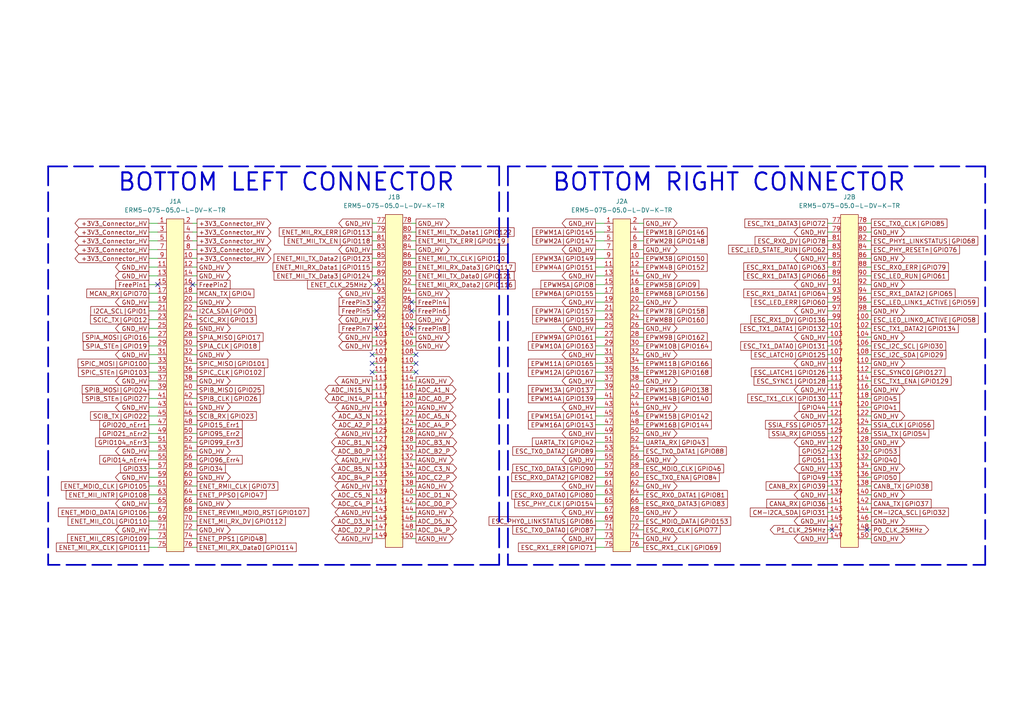
<source format=kicad_sch>
(kicad_sch (version 20230121) (generator eeschema)
  (paper "A4")
  (title_block (title "LCB-CPB-01: Pin_Borad") (date "2023-12-13") (rev "1.0.0") (company "PADERBORN UNIVERSITY DEPARTMENT OF POWER ELECTRONICS AND ELECTRICAL DRIVES"))
  (no_connect (at 55.88 82.55))
  (no_connect (at 109.22 87.63))
  (no_connect (at 107.95 107.95))
  (no_connect (at 119.38 95.25))
  (no_connect (at 109.22 82.55))
  (no_connect (at 119.38 87.63))
  (no_connect (at 107.95 105.41))
  (no_connect (at 251.46 153.67))
  (no_connect (at 107.95 102.87))
  (no_connect (at 109.22 90.17))
  (no_connect (at 120.65 105.41))
  (no_connect (at 109.22 95.25))
  (no_connect (at 120.65 102.87))
  (no_connect (at 120.65 107.95))
  (no_connect (at 119.38 90.17))
  (no_connect (at 241.3 153.67))
  (no_connect (at 45.72 82.55))
  (wire (pts (xy 107.95 130.81) (xy 109.22 130.81)))
  (wire (pts (xy 43.18 151.13) (xy 45.72 151.13)))
  (wire (pts (xy 251.46 97.79) (xy 252.73 97.79)))
  (wire (pts (xy 240.03 85.09) (xy 241.3 85.09)))
  (wire (pts (xy 55.88 151.13) (xy 57.15 151.13)))
  (wire (pts (xy 43.18 92.71) (xy 45.72 92.71)))
  (wire (pts (xy 55.88 105.41) (xy 57.15 105.41)))
  (wire (pts (xy 119.38 128.27) (xy 120.65 128.27)))
  (wire (pts (xy 172.72 95.25) (xy 175.26 95.25)))
  (wire (pts (xy 185.42 113.03) (xy 186.69 113.03)))
  (wire (pts (xy 240.03 102.87) (xy 241.3 102.87)))
  (wire (pts (xy 107.95 92.71) (xy 109.22 92.71)))
  (wire (pts (xy 107.95 146.05) (xy 109.22 146.05)))
  (wire (pts (xy 107.95 64.77) (xy 109.22 64.77)))
  (wire (pts (xy 43.18 85.09) (xy 45.72 85.09)))
  (wire (pts (xy 251.46 87.63) (xy 252.73 87.63)))
  (polyline (pts (xy 285.75 163.83) (xy 285.75 48.26)) (stroke (width 0.5) (type dash)))
  (wire (pts (xy 185.42 67.31) (xy 186.69 67.31)))
  (wire (pts (xy 43.18 110.49) (xy 45.72 110.49)))
  (wire (pts (xy 172.72 138.43) (xy 175.26 138.43)))
  (wire (pts (xy 172.72 85.09) (xy 175.26 85.09)))
  (wire (pts (xy 55.88 146.05) (xy 57.15 146.05)))
  (wire (pts (xy 251.46 156.21) (xy 252.73 156.21)))
  (wire (pts (xy 107.95 148.59) (xy 109.22 148.59)))
  (wire (pts (xy 55.88 80.01) (xy 57.15 80.01)))
  (wire (pts (xy 119.38 130.81) (xy 120.65 130.81)))
  (wire (pts (xy 55.88 110.49) (xy 57.15 110.49)))
  (wire (pts (xy 107.95 151.13) (xy 109.22 151.13)))
  (wire (pts (xy 185.42 138.43) (xy 186.69 138.43)))
  (wire (pts (xy 240.03 143.51) (xy 241.3 143.51)))
  (wire (pts (xy 240.03 130.81) (xy 241.3 130.81)))
  (wire (pts (xy 240.03 151.13) (xy 241.3 151.13)))
  (wire (pts (xy 251.46 100.33) (xy 252.73 100.33)))
  (wire (pts (xy 107.95 72.39) (xy 109.22 72.39)))
  (wire (pts (xy 55.88 123.19) (xy 57.15 123.19)))
  (wire (pts (xy 43.18 125.73) (xy 45.72 125.73)))
  (wire (pts (xy 240.03 135.89) (xy 241.3 135.89)))
  (wire (pts (xy 185.42 92.71) (xy 186.69 92.71)))
  (wire (pts (xy 107.95 105.41) (xy 109.22 105.41)))
  (wire (pts (xy 119.38 123.19) (xy 120.65 123.19)))
  (wire (pts (xy 251.46 74.93) (xy 252.73 74.93)))
  (wire (pts (xy 43.18 143.51) (xy 45.72 143.51)))
  (wire (pts (xy 240.03 156.21) (xy 241.3 156.21)))
  (wire (pts (xy 43.18 72.39) (xy 45.72 72.39)))
  (wire (pts (xy 55.88 125.73) (xy 57.15 125.73)))
  (wire (pts (xy 172.72 115.57) (xy 175.26 115.57)))
  (wire (pts (xy 107.95 90.17) (xy 109.22 90.17)))
  (wire (pts (xy 55.88 77.47) (xy 57.15 77.47)))
  (wire (pts (xy 43.18 138.43) (xy 45.72 138.43)))
  (polyline (pts (xy 285.75 48.26) (xy 147.32 48.26)) (stroke (width 0.5) (type dash)))
  (wire (pts (xy 240.03 67.31) (xy 241.3 67.31)))
  (wire (pts (xy 55.88 135.89) (xy 57.15 135.89)))
  (wire (pts (xy 240.03 133.35) (xy 241.3 133.35)))
  (wire (pts (xy 251.46 64.77) (xy 252.73 64.77)))
  (wire (pts (xy 172.72 72.39) (xy 175.26 72.39)))
  (wire (pts (xy 119.38 140.97) (xy 120.65 140.97)))
  (wire (pts (xy 43.18 140.97) (xy 45.72 140.97)))
  (wire (pts (xy 43.18 105.41) (xy 45.72 105.41)))
  (wire (pts (xy 185.42 130.81) (xy 186.69 130.81)))
  (wire (pts (xy 43.18 74.93) (xy 45.72 74.93)))
  (wire (pts (xy 251.46 72.39) (xy 252.73 72.39)))
  (wire (pts (xy 172.72 143.51) (xy 175.26 143.51)))
  (wire (pts (xy 172.72 128.27) (xy 175.26 128.27)))
  (wire (pts (xy 107.95 67.31) (xy 109.22 67.31)))
  (wire (pts (xy 185.42 151.13) (xy 186.69 151.13)))
  (wire (pts (xy 240.03 153.67) (xy 241.3 153.67)))
  (wire (pts (xy 119.38 87.63) (xy 120.65 87.63)))
  (wire (pts (xy 185.42 102.87) (xy 186.69 102.87)))
  (wire (pts (xy 107.95 80.01) (xy 109.22 80.01)))
  (wire (pts (xy 43.18 69.85) (xy 45.72 69.85)))
  (wire (pts (xy 55.88 153.67) (xy 57.15 153.67)))
  (wire (pts (xy 240.03 95.25) (xy 241.3 95.25)))
  (wire (pts (xy 185.42 72.39) (xy 186.69 72.39)))
  (wire (pts (xy 185.42 64.77) (xy 186.69 64.77)))
  (wire (pts (xy 107.95 100.33) (xy 109.22 100.33)))
  (wire (pts (xy 240.03 148.59) (xy 241.3 148.59)))
  (wire (pts (xy 172.72 148.59) (xy 175.26 148.59)))
  (wire (pts (xy 119.38 120.65) (xy 120.65 120.65)))
  (wire (pts (xy 119.38 82.55) (xy 120.65 82.55)))
  (wire (pts (xy 240.03 87.63) (xy 241.3 87.63)))
  (wire (pts (xy 185.42 156.21) (xy 186.69 156.21)))
  (wire (pts (xy 55.88 113.03) (xy 57.15 113.03)))
  (wire (pts (xy 119.38 156.21) (xy 120.65 156.21)))
  (wire (pts (xy 119.38 153.67) (xy 120.65 153.67)))
  (wire (pts (xy 107.95 95.25) (xy 109.22 95.25)))
  (wire (pts (xy 172.72 110.49) (xy 175.26 110.49)))
  (wire (pts (xy 185.42 135.89) (xy 186.69 135.89)))
  (wire (pts (xy 43.18 95.25) (xy 45.72 95.25)))
  (wire (pts (xy 172.72 80.01) (xy 175.26 80.01)))
  (wire (pts (xy 43.18 82.55) (xy 45.72 82.55)))
  (wire (pts (xy 240.03 123.19) (xy 241.3 123.19)))
  (wire (pts (xy 119.38 143.51) (xy 120.65 143.51)))
  (wire (pts (xy 107.95 123.19) (xy 109.22 123.19)))
  (wire (pts (xy 251.46 146.05) (xy 252.73 146.05)))
  (wire (pts (xy 43.18 156.21) (xy 45.72 156.21)))
  (wire (pts (xy 43.18 67.31) (xy 45.72 67.31)))
  (wire (pts (xy 55.88 143.51) (xy 57.15 143.51)))
  (wire (pts (xy 240.03 92.71) (xy 241.3 92.71)))
  (wire (pts (xy 119.38 105.41) (xy 120.65 105.41)))
  (wire (pts (xy 55.88 87.63) (xy 57.15 87.63)))
  (wire (pts (xy 43.18 80.01) (xy 45.72 80.01)))
  (wire (pts (xy 119.38 146.05) (xy 120.65 146.05)))
  (wire (pts (xy 172.72 87.63) (xy 175.26 87.63)))
  (wire (pts (xy 119.38 115.57) (xy 120.65 115.57)))
  (wire (pts (xy 107.95 118.11) (xy 109.22 118.11)))
  (wire (pts (xy 240.03 120.65) (xy 241.3 120.65)))
  (wire (pts (xy 240.03 100.33) (xy 241.3 100.33)))
  (wire (pts (xy 251.46 95.25) (xy 252.73 95.25)))
  (wire (pts (xy 251.46 123.19) (xy 252.73 123.19)))
  (wire (pts (xy 55.88 97.79) (xy 57.15 97.79)))
  (wire (pts (xy 119.38 125.73) (xy 120.65 125.73)))
  (wire (pts (xy 185.42 87.63) (xy 186.69 87.63)))
  (wire (pts (xy 107.95 135.89) (xy 109.22 135.89)))
  (wire (pts (xy 107.95 153.67) (xy 109.22 153.67)))
  (wire (pts (xy 55.88 92.71) (xy 57.15 92.71)))
  (wire (pts (xy 185.42 125.73) (xy 186.69 125.73)))
  (wire (pts (xy 43.18 146.05) (xy 45.72 146.05)))
  (wire (pts (xy 43.18 100.33) (xy 45.72 100.33)))
  (wire (pts (xy 119.38 74.93) (xy 120.65 74.93)))
  (wire (pts (xy 55.88 115.57) (xy 57.15 115.57)))
  (wire (pts (xy 172.72 158.75) (xy 175.26 158.75)))
  (polyline (pts (xy 144.78 163.83) (xy 13.97 163.83)) (stroke (width 0.5) (type dash)))
  (wire (pts (xy 43.18 87.63) (xy 45.72 87.63)))
  (wire (pts (xy 55.88 138.43) (xy 57.15 138.43)))
  (wire (pts (xy 43.18 120.65) (xy 45.72 120.65)))
  (wire (pts (xy 251.46 148.59) (xy 252.73 148.59)))
  (wire (pts (xy 251.46 69.85) (xy 252.73 69.85)))
  (wire (pts (xy 172.72 92.71) (xy 175.26 92.71)))
  (wire (pts (xy 43.18 118.11) (xy 45.72 118.11)))
  (wire (pts (xy 55.88 120.65) (xy 57.15 120.65)))
  (wire (pts (xy 240.03 80.01) (xy 241.3 80.01)))
  (wire (pts (xy 185.42 95.25) (xy 186.69 95.25)))
  (polyline (pts (xy 147.32 163.83) (xy 285.75 163.83)) (stroke (width 0.5) (type dash)))
  (wire (pts (xy 185.42 128.27) (xy 186.69 128.27)))
  (wire (pts (xy 107.95 125.73) (xy 109.22 125.73)))
  (wire (pts (xy 185.42 143.51) (xy 186.69 143.51)))
  (wire (pts (xy 251.46 140.97) (xy 252.73 140.97)))
  (wire (pts (xy 43.18 153.67) (xy 45.72 153.67)))
  (wire (pts (xy 240.03 118.11) (xy 241.3 118.11)))
  (wire (pts (xy 172.72 97.79) (xy 175.26 97.79)))
  (wire (pts (xy 119.38 107.95) (xy 120.65 107.95)))
  (wire (pts (xy 240.03 138.43) (xy 241.3 138.43)))
  (wire (pts (xy 251.46 113.03) (xy 252.73 113.03)))
  (wire (pts (xy 251.46 125.73) (xy 252.73 125.73)))
  (wire (pts (xy 185.42 105.41) (xy 186.69 105.41)))
  (wire (pts (xy 172.72 123.19) (xy 175.26 123.19)))
  (wire (pts (xy 251.46 80.01) (xy 252.73 80.01)))
  (wire (pts (xy 251.46 82.55) (xy 252.73 82.55)))
  (wire (pts (xy 172.72 107.95) (xy 175.26 107.95)))
  (wire (pts (xy 43.18 148.59) (xy 45.72 148.59)))
  (polyline (pts (xy 13.97 48.26) (xy 13.97 163.83)) (stroke (width 0.5) (type dash)))
  (wire (pts (xy 107.95 115.57) (xy 109.22 115.57)))
  (wire (pts (xy 172.72 113.03) (xy 175.26 113.03)))
  (wire (pts (xy 251.46 92.71) (xy 252.73 92.71)))
  (polyline (pts (xy 144.78 48.26) (xy 144.78 163.83)) (stroke (width 0.5) (type dash)))
  (wire (pts (xy 55.88 85.09) (xy 57.15 85.09)))
  (wire (pts (xy 240.03 113.03) (xy 241.3 113.03)))
  (wire (pts (xy 172.72 156.21) (xy 175.26 156.21)))
  (wire (pts (xy 119.38 148.59) (xy 120.65 148.59)))
  (wire (pts (xy 251.46 105.41) (xy 252.73 105.41)))
  (wire (pts (xy 43.18 130.81) (xy 45.72 130.81)))
  (wire (pts (xy 107.95 82.55) (xy 109.22 82.55)))
  (wire (pts (xy 107.95 87.63) (xy 109.22 87.63)))
  (wire (pts (xy 119.38 64.77) (xy 120.65 64.77)))
  (wire (pts (xy 251.46 135.89) (xy 252.73 135.89)))
  (wire (pts (xy 185.42 146.05) (xy 186.69 146.05)))
  (wire (pts (xy 185.42 110.49) (xy 186.69 110.49)))
  (wire (pts (xy 43.18 158.75) (xy 45.72 158.75)))
  (wire (pts (xy 172.72 151.13) (xy 175.26 151.13)))
  (wire (pts (xy 119.38 72.39) (xy 120.65 72.39)))
  (wire (pts (xy 43.18 102.87) (xy 45.72 102.87)))
  (wire (pts (xy 107.95 133.35) (xy 109.22 133.35)))
  (wire (pts (xy 119.38 97.79) (xy 120.65 97.79)))
  (wire (pts (xy 240.03 125.73) (xy 241.3 125.73)))
  (wire (pts (xy 172.72 133.35) (xy 175.26 133.35)))
  (wire (pts (xy 119.38 77.47) (xy 120.65 77.47)))
  (wire (pts (xy 240.03 74.93) (xy 241.3 74.93)))
  (wire (pts (xy 55.88 90.17) (xy 57.15 90.17)))
  (wire (pts (xy 119.38 95.25) (xy 120.65 95.25)))
  (wire (pts (xy 107.95 69.85) (xy 109.22 69.85)))
  (wire (pts (xy 172.72 100.33) (xy 175.26 100.33)))
  (wire (pts (xy 240.03 64.77) (xy 241.3 64.77)))
  (wire (pts (xy 172.72 69.85) (xy 175.26 69.85)))
  (wire (pts (xy 119.38 85.09) (xy 120.65 85.09)))
  (wire (pts (xy 240.03 77.47) (xy 241.3 77.47)))
  (wire (pts (xy 172.72 146.05) (xy 175.26 146.05)))
  (wire (pts (xy 55.88 118.11) (xy 57.15 118.11)))
  (wire (pts (xy 185.42 107.95) (xy 186.69 107.95)))
  (wire (pts (xy 107.95 110.49) (xy 109.22 110.49)))
  (wire (pts (xy 185.42 115.57) (xy 186.69 115.57)))
  (polyline (pts (xy 147.32 48.26) (xy 147.32 163.83)) (stroke (width 0.5) (type dash)))
  (wire (pts (xy 107.95 107.95) (xy 109.22 107.95)))
  (wire (pts (xy 55.88 72.39) (xy 57.15 72.39)))
  (wire (pts (xy 251.46 130.81) (xy 252.73 130.81)))
  (wire (pts (xy 251.46 77.47) (xy 252.73 77.47)))
  (wire (pts (xy 119.38 90.17) (xy 120.65 90.17)))
  (wire (pts (xy 55.88 148.59) (xy 57.15 148.59)))
  (wire (pts (xy 43.18 113.03) (xy 45.72 113.03)))
  (wire (pts (xy 185.42 90.17) (xy 186.69 90.17)))
  (wire (pts (xy 185.42 123.19) (xy 186.69 123.19)))
  (wire (pts (xy 119.38 135.89) (xy 120.65 135.89)))
  (wire (pts (xy 55.88 102.87) (xy 57.15 102.87)))
  (wire (pts (xy 185.42 77.47) (xy 186.69 77.47)))
  (wire (pts (xy 43.18 107.95) (xy 45.72 107.95)))
  (wire (pts (xy 240.03 90.17) (xy 241.3 90.17)))
  (wire (pts (xy 251.46 110.49) (xy 252.73 110.49)))
  (wire (pts (xy 185.42 148.59) (xy 186.69 148.59)))
  (wire (pts (xy 107.95 85.09) (xy 109.22 85.09)))
  (wire (pts (xy 240.03 97.79) (xy 241.3 97.79)))
  (wire (pts (xy 107.95 128.27) (xy 109.22 128.27)))
  (wire (pts (xy 43.18 123.19) (xy 45.72 123.19)))
  (wire (pts (xy 55.88 130.81) (xy 57.15 130.81)))
  (wire (pts (xy 240.03 110.49) (xy 241.3 110.49)))
  (wire (pts (xy 55.88 64.77) (xy 57.15 64.77)))
  (wire (pts (xy 172.72 90.17) (xy 175.26 90.17)))
  (wire (pts (xy 43.18 133.35) (xy 45.72 133.35)))
  (wire (pts (xy 172.72 102.87) (xy 175.26 102.87)))
  (wire (pts (xy 55.88 100.33) (xy 57.15 100.33)))
  (wire (pts (xy 185.42 74.93) (xy 186.69 74.93)))
  (wire (pts (xy 240.03 140.97) (xy 241.3 140.97)))
  (wire (pts (xy 107.95 77.47) (xy 109.22 77.47)))
  (wire (pts (xy 119.38 67.31) (xy 120.65 67.31)))
  (wire (pts (xy 251.46 138.43) (xy 252.73 138.43)))
  (wire (pts (xy 185.42 82.55) (xy 186.69 82.55)))
  (wire (pts (xy 119.38 102.87) (xy 120.65 102.87)))
  (wire (pts (xy 251.46 143.51) (xy 252.73 143.51)))
  (wire (pts (xy 185.42 80.01) (xy 186.69 80.01)))
  (wire (pts (xy 251.46 133.35) (xy 252.73 133.35)))
  (wire (pts (xy 55.88 95.25) (xy 57.15 95.25)))
  (wire (pts (xy 107.95 156.21) (xy 109.22 156.21)))
  (wire (pts (xy 172.72 118.11) (xy 175.26 118.11)))
  (wire (pts (xy 107.95 138.43) (xy 109.22 138.43)))
  (wire (pts (xy 55.88 74.93) (xy 57.15 74.93)))
  (wire (pts (xy 185.42 158.75) (xy 186.69 158.75)))
  (wire (pts (xy 43.18 64.77) (xy 45.72 64.77)))
  (wire (pts (xy 172.72 140.97) (xy 175.26 140.97)))
  (wire (pts (xy 107.95 113.03) (xy 109.22 113.03)))
  (wire (pts (xy 172.72 130.81) (xy 175.26 130.81)))
  (wire (pts (xy 119.38 92.71) (xy 120.65 92.71)))
  (wire (pts (xy 55.88 107.95) (xy 57.15 107.95)))
  (wire (pts (xy 251.46 118.11) (xy 252.73 118.11)))
  (wire (pts (xy 107.95 102.87) (xy 109.22 102.87)))
  (wire (pts (xy 251.46 115.57) (xy 252.73 115.57)))
  (wire (pts (xy 55.88 82.55) (xy 57.15 82.55)))
  (wire (pts (xy 107.95 120.65) (xy 109.22 120.65)))
  (wire (pts (xy 43.18 115.57) (xy 45.72 115.57)))
  (wire (pts (xy 240.03 146.05) (xy 241.3 146.05)))
  (wire (pts (xy 185.42 120.65) (xy 186.69 120.65)))
  (wire (pts (xy 172.72 74.93) (xy 175.26 74.93)))
  (wire (pts (xy 240.03 69.85) (xy 241.3 69.85)))
  (wire (pts (xy 119.38 138.43) (xy 120.65 138.43)))
  (polyline (pts (xy 13.97 48.26) (xy 144.78 48.26)) (stroke (width 0.5) (type dash)))
  (wire (pts (xy 55.88 67.31) (xy 57.15 67.31)))
  (wire (pts (xy 251.46 151.13) (xy 252.73 151.13)))
  (wire (pts (xy 185.42 118.11) (xy 186.69 118.11)))
  (wire (pts (xy 55.88 133.35) (xy 57.15 133.35)))
  (wire (pts (xy 119.38 80.01) (xy 120.65 80.01)))
  (wire (pts (xy 172.72 125.73) (xy 175.26 125.73)))
  (wire (pts (xy 251.46 107.95) (xy 252.73 107.95)))
  (wire (pts (xy 43.18 128.27) (xy 45.72 128.27)))
  (wire (pts (xy 185.42 69.85) (xy 186.69 69.85)))
  (wire (pts (xy 251.46 120.65) (xy 252.73 120.65)))
  (wire (pts (xy 185.42 100.33) (xy 186.69 100.33)))
  (wire (pts (xy 251.46 153.67) (xy 252.73 153.67)))
  (wire (pts (xy 240.03 115.57) (xy 241.3 115.57)))
  (wire (pts (xy 240.03 128.27) (xy 241.3 128.27)))
  (wire (pts (xy 43.18 90.17) (xy 45.72 90.17)))
  (wire (pts (xy 251.46 90.17) (xy 252.73 90.17)))
  (wire (pts (xy 185.42 97.79) (xy 186.69 97.79)))
  (wire (pts (xy 240.03 82.55) (xy 241.3 82.55)))
  (wire (pts (xy 251.46 67.31) (xy 252.73 67.31)))
  (wire (pts (xy 119.38 151.13) (xy 120.65 151.13)))
  (wire (pts (xy 43.18 77.47) (xy 45.72 77.47)))
  (wire (pts (xy 43.18 97.79) (xy 45.72 97.79)))
  (wire (pts (xy 107.95 140.97) (xy 109.22 140.97)))
  (wire (pts (xy 119.38 100.33) (xy 120.65 100.33)))
  (wire (pts (xy 55.88 156.21) (xy 57.15 156.21)))
  (wire (pts (xy 240.03 107.95) (xy 241.3 107.95)))
  (wire (pts (xy 55.88 158.75) (xy 57.15 158.75)))
  (wire (pts (xy 119.38 113.03) (xy 120.65 113.03)))
  (wire (pts (xy 172.72 82.55) (xy 175.26 82.55)))
  (wire (pts (xy 172.72 67.31) (xy 175.26 67.31)))
  (wire (pts (xy 119.38 69.85) (xy 120.65 69.85)))
  (wire (pts (xy 240.03 72.39) (xy 241.3 72.39)))
  (wire (pts (xy 43.18 135.89) (xy 45.72 135.89)))
  (wire (pts (xy 172.72 64.77) (xy 175.26 64.77)))
  (wire (pts (xy 185.42 153.67) (xy 186.69 153.67)))
  (wire (pts (xy 55.88 69.85) (xy 57.15 69.85)))
  (wire (pts (xy 251.46 128.27) (xy 252.73 128.27)))
  (wire (pts (xy 185.42 133.35) (xy 186.69 133.35)))
  (wire (pts (xy 251.46 85.09) (xy 252.73 85.09)))
  (wire (pts (xy 172.72 105.41) (xy 175.26 105.41)))
  (wire (pts (xy 185.42 85.09) (xy 186.69 85.09)))
  (wire (pts (xy 107.95 143.51) (xy 109.22 143.51)))
  (wire (pts (xy 119.38 133.35) (xy 120.65 133.35)))
  (wire (pts (xy 119.38 118.11) (xy 120.65 118.11)))
  (wire (pts (xy 240.03 105.41) (xy 241.3 105.41)))
  (wire (pts (xy 107.95 97.79) (xy 109.22 97.79)))
  (wire (pts (xy 107.95 74.93) (xy 109.22 74.93)))
  (wire (pts (xy 172.72 153.67) (xy 175.26 153.67)))
  (wire (pts (xy 185.42 140.97) (xy 186.69 140.97)))
  (wire (pts (xy 251.46 102.87) (xy 252.73 102.87)))
  (wire (pts (xy 119.38 110.49) (xy 120.65 110.49)))
  (wire (pts (xy 172.72 77.47) (xy 175.26 77.47)))
  (wire (pts (xy 172.72 135.89) (xy 175.26 135.89)))
  (wire (pts (xy 55.88 140.97) (xy 57.15 140.97)))
  (wire (pts (xy 172.72 120.65) (xy 175.26 120.65)))
  (wire (pts (xy 55.88 128.27) (xy 57.15 128.27)))
  (text "BOTTOM RIGHT CONNECTOR" (at 262.89 55.88 0) (effects (font (size 5 5) (thickness 0.6) bold) (justify right bottom)))
  (text "BOTTOM LEFT CONNECTOR" (at 132.08 55.88 0) (effects (font (size 5 5) (thickness 0.6) bold) (justify right bottom)))
  (global_label "EPWM9A|GPIO161" (shape passive) (at 172.72 97.79 180) (property "Intersheetrefs" "${INTERSHEET_REFS}" (effects hide)))
  (global_label "GND_HV" (shape output) (at 43.18 153.67 180) (property "Intersheetrefs" "${INTERSHEET_REFS}" (effects hide)))
  (global_label "GND_HV" (shape output) (at 186.69 156.21 0) (property "Intersheetrefs" "${INTERSHEET_REFS}" (effects hide)))
  (global_label "GND_HV" (shape output) (at 172.72 72.39 180) (property "Intersheetrefs" "${INTERSHEET_REFS}" (effects hide)))
  (global_label "GND_HV" (shape output) (at 57.15 80.01 0) (property "Intersheetrefs" "${INTERSHEET_REFS}" (effects hide)))
  (global_label "GND_HV" (shape output) (at 43.18 87.63 180) (property "Intersheetrefs" "${INTERSHEET_REFS}" (effects hide)))
  (global_label "AGND_HV" (shape output) (at 107.95 133.35 180) (property "Intersheetrefs" "${INTERSHEET_REFS}" (effects hide)))
  (global_label "ESC_PHY_RESETn|GPIO76" (shape passive) (at 252.73 72.39 0) (property "Intersheetrefs" "${INTERSHEET_REFS}" (effects hide)))
  (global_label "ESC_TX1_DATA1|GPIO132" (shape passive) (at 240.03 95.25 180) (property "Intersheetrefs" "${INTERSHEET_REFS}" (effects hide)))
  (global_label "ENET_MII_TX_CLK|GPIO120" (shape passive) (at 120.65 74.93 0) (property "Intersheetrefs" "${INTERSHEET_REFS}" (effects hide)))
  (global_label "P1_CLK_25MHz" (shape output) (at 240.03 153.67 180) (property "Intersheetrefs" "${INTERSHEET_REFS}" (effects hide)))
  (global_label "SPIA_MOSI|GPIO16" (shape passive) (at 43.18 97.79 180) (property "Intersheetrefs" "${INTERSHEET_REFS}" (effects hide)))
  (global_label "GPIO44" (shape passive) (at 240.03 118.11 180) (property "Intersheetrefs" "${INTERSHEET_REFS}" (effects hide)))
  (global_label "ENET_MII_TX_Data2|GPIO123" (shape passive) (at 107.95 74.93 180) (property "Intersheetrefs" "${INTERSHEET_REFS}" (effects hide)))
  (global_label "ESC_TX0_CLK|GPIO85" (shape passive) (at 252.73 64.77 0) (property "Intersheetrefs" "${INTERSHEET_REFS}" (effects hide)))
  (global_label "EPWM11B|GPIO166" (shape passive) (at 186.69 105.41 0) (property "Intersheetrefs" "${INTERSHEET_REFS}" (effects hide)))
  (global_label "ESC_RX0_DV|GPIO78" (shape passive) (at 240.03 69.85 180) (property "Intersheetrefs" "${INTERSHEET_REFS}" (effects hide)))
  (global_label "EPWM3B|GPIO150" (shape passive) (at 186.69 74.93 0) (property "Intersheetrefs" "${INTERSHEET_REFS}" (effects hide)))
  (global_label "EPWM9B|GPIO162" (shape passive) (at 186.69 97.79 0) (property "Intersheetrefs" "${INTERSHEET_REFS}" (effects hide)))
  (global_label "GND_HV" (shape output) (at 120.65 72.39 0) (property "Intersheetrefs" "${INTERSHEET_REFS}" (effects hide)))
  (global_label "GPIO14_nErr4" (shape passive) (at 43.18 133.35 180) (property "Intersheetrefs" "${INTERSHEET_REFS}" (effects hide)))
  (global_label "GND_HV" (shape output) (at 186.69 102.87 0) (property "Intersheetrefs" "${INTERSHEET_REFS}" (effects hide)))
  (global_label "SPIC_CLK|GPIO102" (shape passive) (at 57.15 107.95 0) (property "Intersheetrefs" "${INTERSHEET_REFS}" (effects hide)))
  (global_label "CANA_RX|GPIO36" (shape passive) (at 240.03 146.05 180) (property "Intersheetrefs" "${INTERSHEET_REFS}" (effects hide)))
  (global_label "SPIB_MOSI|GPIO24" (shape passive) (at 43.18 113.03 180) (property "Intersheetrefs" "${INTERSHEET_REFS}" (effects hide)))
  (global_label "CM-I2CA_SCL|GPIO32" (shape passive) (at 252.73 148.59 0) (property "Intersheetrefs" "${INTERSHEET_REFS}" (effects hide)))
  (global_label "GPIO53" (shape passive) (at 252.73 130.81 0) (property "Intersheetrefs" "${INTERSHEET_REFS}" (effects hide)))
  (global_label "ADC_B5_N" (shape output) (at 107.95 135.89 180) (property "Intersheetrefs" "${INTERSHEET_REFS}" (effects hide)))
  (global_label "GND_HV" (shape output) (at 252.73 128.27 0) (property "Intersheetrefs" "${INTERSHEET_REFS}" (effects hide)))
  (global_label "ESC_LED_LINK0_ACTIVE|GPIO58" (shape passive) (at 252.73 92.71 0) (property "Intersheetrefs" "${INTERSHEET_REFS}" (effects hide)))
  (global_label "CANB_RX|GPIO39" (shape passive) (at 240.03 140.97 180) (property "Intersheetrefs" "${INTERSHEET_REFS}" (effects hide)))
  (global_label "SSIA_TX|GPIO54" (shape passive) (at 252.73 125.73 0) (property "Intersheetrefs" "${INTERSHEET_REFS}" (effects hide)))
  (global_label "ENET_MII_RX_DV|GPIO112" (shape passive) (at 57.15 151.13 0) (property "Intersheetrefs" "${INTERSHEET_REFS}" (effects hide)))
  (global_label "GND_HV" (shape output) (at 57.15 146.05 0) (property "Intersheetrefs" "${INTERSHEET_REFS}" (effects hide)))
  (global_label "GPIO34" (shape passive) (at 57.15 135.89 0) (property "Intersheetrefs" "${INTERSHEET_REFS}" (effects hide)))
  (global_label "GND_HV" (shape output) (at 172.72 87.63 180) (property "Intersheetrefs" "${INTERSHEET_REFS}" (effects hide)))
  (global_label "ESC_RX0_CLK|GPIO77" (shape passive) (at 186.69 153.67 0) (property "Intersheetrefs" "${INTERSHEET_REFS}" (effects hide)))
  (global_label "GPIO96_Err4" (shape passive) (at 57.15 133.35 0) (property "Intersheetrefs" "${INTERSHEET_REFS}" (effects hide)))
  (global_label "GPIO15_Err1" (shape passive) (at 57.15 123.19 0) (property "Intersheetrefs" "${INTERSHEET_REFS}" (effects hide)))
  (global_label "EPWM15A|GPIO141" (shape passive) (at 172.72 120.65 180) (property "Intersheetrefs" "${INTERSHEET_REFS}" (effects hide)))
  (global_label "FreePin4" (shape passive) (at 120.65 87.63 0) (property "Intersheetrefs" "${INTERSHEET_REFS}" (effects hide)))
  (global_label "GND_HV" (shape output) (at 240.03 156.21 180) (property "Intersheetrefs" "${INTERSHEET_REFS}" (effects hide)))
  (global_label "GPIO40" (shape passive) (at 252.73 133.35 0) (property "Intersheetrefs" "${INTERSHEET_REFS}" (effects hide)))
  (global_label "SPIA_MISO|GPIO17" (shape passive) (at 57.15 97.79 0) (property "Intersheetrefs" "${INTERSHEET_REFS}" (effects hide)))
  (global_label "GND_HV" (shape output) (at 172.72 118.11 180) (property "Intersheetrefs" "${INTERSHEET_REFS}" (effects hide)))
  (global_label "AGND_HV" (shape output) (at 107.95 148.59 180) (property "Intersheetrefs" "${INTERSHEET_REFS}" (effects hide)))
  (global_label "ENET_MDIO_CLK|GPIO105" (shape passive) (at 43.18 140.97 180) (property "Intersheetrefs" "${INTERSHEET_REFS}" (effects hide)))
  (global_label "ESC_RX1_DATA3|GPIO66" (shape passive) (at 240.03 80.01 180) (property "Intersheetrefs" "${INTERSHEET_REFS}" (effects hide)))
  (global_label "P0_CLK_25MHz" (shape output) (at 252.73 153.67 0) (property "Intersheetrefs" "${INTERSHEET_REFS}" (effects hide)))
  (global_label "+3V3_Connector_HV" (shape output) (at 43.18 67.31 180) (property "Intersheetrefs" "${INTERSHEET_REFS}" (effects hide)))
  (global_label "ENET_MII_CRS|GPIO109" (shape passive) (at 43.18 156.21 180) (property "Intersheetrefs" "${INTERSHEET_REFS}" (effects hide)))
  (global_label "EPWM6A|GPIO155" (shape passive) (at 172.72 85.09 180) (property "Intersheetrefs" "${INTERSHEET_REFS}" (effects hide)))
  (global_label "GND_HV" (shape output) (at 43.18 146.05 180) (property "Intersheetrefs" "${INTERSHEET_REFS}" (effects hide)))
  (global_label "ADC_A5_N" (shape output) (at 120.65 120.65 0) (property "Intersheetrefs" "${INTERSHEET_REFS}" (effects hide)))
  (global_label "+3V3_Connector_HV" (shape output) (at 57.15 67.31 0) (property "Intersheetrefs" "${INTERSHEET_REFS}" (effects hide)))
  (global_label "GND_HV" (shape output) (at 252.73 156.21 0) (property "Intersheetrefs" "${INTERSHEET_REFS}" (effects hide)))
  (global_label "EPWM11A|GPIO165" (shape passive) (at 172.72 105.41 180) (property "Intersheetrefs" "${INTERSHEET_REFS}" (effects hide)))
  (global_label "ADC_D4_P" (shape output) (at 120.65 153.67 0) (property "Intersheetrefs" "${INTERSHEET_REFS}" (effects hide)))
  (global_label "GPIO95_Err2" (shape passive) (at 57.15 125.73 0) (property "Intersheetrefs" "${INTERSHEET_REFS}" (effects hide)))
  (global_label "SPIB_MISO|GPIO25" (shape passive) (at 57.15 113.03 0) (property "Intersheetrefs" "${INTERSHEET_REFS}" (effects hide)))
  (global_label "ENET_MII_RX_CLK|GPIO111" (shape passive) (at 43.18 158.75 180) (property "Intersheetrefs" "${INTERSHEET_REFS}" (effects hide)))
  (global_label "ADC_C4_P" (shape output) (at 107.95 146.05 180) (property "Intersheetrefs" "${INTERSHEET_REFS}" (effects hide)))
  (global_label "ESC_PHY0_LINKSTATUS|GPIO86" (shape passive) (at 172.72 151.13 180) (property "Intersheetrefs" "${INTERSHEET_REFS}" (effects hide)))
  (global_label "GND_HV" (shape output) (at 240.03 90.17 180) (property "Intersheetrefs" "${INTERSHEET_REFS}" (effects hide)))
  (global_label "SCIC_RX|GPIO13" (shape passive) (at 57.15 92.71 0) (property "Intersheetrefs" "${INTERSHEET_REFS}" (effects hide)))
  (global_label "GPIO21_nErr2" (shape passive) (at 43.18 125.73 180) (property "Intersheetrefs" "${INTERSHEET_REFS}" (effects hide)))
  (global_label "AGND_HV" (shape output) (at 107.95 125.73 180) (property "Intersheetrefs" "${INTERSHEET_REFS}" (effects hide)))
  (global_label "ADC_C5_N" (shape output) (at 107.95 143.51 180) (property "Intersheetrefs" "${INTERSHEET_REFS}" (effects hide)))
  (global_label "EPWM14B|GPIO140" (shape passive) (at 186.69 115.57 0) (property "Intersheetrefs" "${INTERSHEET_REFS}" (effects hide)))
  (global_label "GND_HV" (shape output) (at 57.15 130.81 0) (property "Intersheetrefs" "${INTERSHEET_REFS}" (effects hide)))
  (global_label "ENET_PPSO|GPIO47" (shape passive) (at 57.15 143.51 0) (property "Intersheetrefs" "${INTERSHEET_REFS}" (effects hide)))
  (global_label "ESC_PHY1_LINKSTATUS|GPIO68" (shape passive) (at 252.73 69.85 0) (property "Intersheetrefs" "${INTERSHEET_REFS}" (effects hide)))
  (global_label "FreePin6" (shape passive) (at 120.65 90.17 0) (property "Intersheetrefs" "${INTERSHEET_REFS}" (effects hide)))
  (global_label "ESC_RX0_DATA1|GPIO81" (shape passive) (at 186.69 143.51 0) (property "Intersheetrefs" "${INTERSHEET_REFS}" (effects hide)))
  (global_label "GND_HV" (shape output) (at 186.69 140.97 0) (property "Intersheetrefs" "${INTERSHEET_REFS}" (effects hide)))
  (global_label "GND_HV" (shape output) (at 240.03 151.13 180) (property "Intersheetrefs" "${INTERSHEET_REFS}" (effects hide)))
  (global_label "GND_HV" (shape output) (at 186.69 72.39 0) (property "Intersheetrefs" "${INTERSHEET_REFS}" (effects hide)))
  (global_label "GND_HV" (shape output) (at 172.72 140.97 180) (property "Intersheetrefs" "${INTERSHEET_REFS}" (effects hide)))
  (global_label "EPWM16A|GPIO143" (shape passive) (at 172.72 123.19 180) (property "Intersheetrefs" "${INTERSHEET_REFS}" (effects hide)))
  (global_label "ADC_A0_P" (shape output) (at 120.65 115.57 0) (property "Intersheetrefs" "${INTERSHEET_REFS}" (effects hide)))
  (global_label "ENET_CLK_25MHz" (shape input) (at 107.95 82.55 180) (property "Intersheetrefs" "${INTERSHEET_REFS}" (effects hide)))
  (global_label "+3V3_Connector_HV" (shape output) (at 57.15 74.93 0) (property "Intersheetrefs" "${INTERSHEET_REFS}" (effects hide)))
  (global_label "GND_HV" (shape output) (at 252.73 74.93 0) (property "Intersheetrefs" "${INTERSHEET_REFS}" (effects hide)))
  (global_label "GND_HV" (shape output) (at 186.69 87.63 0) (property "Intersheetrefs" "${INTERSHEET_REFS}" (effects hide)))
  (global_label "GND_HV" (shape output) (at 172.72 125.73 180) (property "Intersheetrefs" "${INTERSHEET_REFS}" (effects hide)))
  (global_label "+3V3_Connector_HV" (shape output) (at 57.15 64.77 0) (property "Intersheetrefs" "${INTERSHEET_REFS}" (effects hide)))
  (global_label "EPWM13A|GPIO137" (shape passive) (at 172.72 113.03 180) (property "Intersheetrefs" "${INTERSHEET_REFS}" (effects hide)))
  (global_label "ESC_LED_STATE_RUN|GPIO62" (shape passive) (at 240.03 72.39 180) (property "Intersheetrefs" "${INTERSHEET_REFS}" (effects hide)))
  (global_label "GND_HV" (shape output) (at 57.15 110.49 0) (property "Intersheetrefs" "${INTERSHEET_REFS}" (effects hide)))
  (global_label "GND_HV" (shape output) (at 252.73 120.65 0) (property "Intersheetrefs" "${INTERSHEET_REFS}" (effects hide)))
  (global_label "GPIO52" (shape passive) (at 240.03 130.81 180) (property "Intersheetrefs" "${INTERSHEET_REFS}" (effects hide)))
  (global_label "FreePin2" (shape passive) (at 57.15 82.55 0) (property "Intersheetrefs" "${INTERSHEET_REFS}" (effects hide)))
  (global_label "GND_HV" (shape output) (at 172.72 102.87 180) (property "Intersheetrefs" "${INTERSHEET_REFS}" (effects hide)))
  (global_label "SPIC_STEn|GPIO103" (shape passive) (at 43.18 107.95 180) (property "Intersheetrefs" "${INTERSHEET_REFS}" (effects hide)))
  (global_label "ENET_MII_TX_ERR|GPIO119" (shape passive) (at 120.65 69.85 0) (property "Intersheetrefs" "${INTERSHEET_REFS}" (effects hide)))
  (global_label "ESC_RX1_DATA2|GPIO65" (shape passive) (at 252.73 85.09 0) (property "Intersheetrefs" "${INTERSHEET_REFS}" (effects hide)))
  (global_label "ESC_RX0_DATA3|GPIO83" (shape passive) (at 186.69 146.05 0) (property "Intersheetrefs" "${INTERSHEET_REFS}" (effects hide)))
  (global_label "ENET_MII_TX_Data1|GPIO122" (shape passive) (at 120.65 67.31 0) (property "Intersheetrefs" "${INTERSHEET_REFS}" (effects hide)))
  (global_label "ADC_C2_P" (shape output) (at 120.65 138.43 0) (property "Intersheetrefs" "${INTERSHEET_REFS}" (effects hide)))
  (global_label "ADC_A4_P" (shape output) (at 120.65 123.19 0) (property "Intersheetrefs" "${INTERSHEET_REFS}" (effects hide)))
  (global_label "EPWM4B|GPIO152" (shape passive) (at 186.69 77.47 0) (property "Intersheetrefs" "${INTERSHEET_REFS}" (effects hide)))
  (global_label "ESC_PHY_CLK|GPIO154" (shape passive) (at 172.72 146.05 180) (property "Intersheetrefs" "${INTERSHEET_REFS}" (effects hide)))
  (global_label "SCIC_TX|GPIO12" (shape passive) (at 43.18 92.71 180) (property "Intersheetrefs" "${INTERSHEET_REFS}" (effects hide)))
  (global_label "ESC_LATCH1|GPIO126" (shape passive) (at 240.03 107.95 180) (property "Intersheetrefs" "${INTERSHEET_REFS}" (effects hide)))
  (global_label "GND_HV" (shape output) (at 57.15 138.43 0) (property "Intersheetrefs" "${INTERSHEET_REFS}" (effects hide)))
  (global_label "GND_HV" (shape output) (at 252.73 113.03 0) (property "Intersheetrefs" "${INTERSHEET_REFS}" (effects hide)))
  (global_label "GND_HV" (shape output) (at 107.95 97.79 180) (property "Intersheetrefs" "${INTERSHEET_REFS}" (effects hide)))
  (global_label "GND_HV" (shape output) (at 240.03 135.89 180) (property "Intersheetrefs" "${INTERSHEET_REFS}" (effects hide)))
  (global_label "ESC_TX0_DATA3|GPIO90" (shape passive) (at 172.72 135.89 180) (property "Intersheetrefs" "${INTERSHEET_REFS}" (effects hide)))
  (global_label "GND_HV" (shape output) (at 186.69 118.11 0) (property "Intersheetrefs" "${INTERSHEET_REFS}" (effects hide)))
  (global_label "GND_HV" (shape output) (at 57.15 153.67 0) (property "Intersheetrefs" "${INTERSHEET_REFS}" (effects hide)))
  (global_label "GND_HV" (shape output) (at 240.03 97.79 180) (property "Intersheetrefs" "${INTERSHEET_REFS}" (effects hide)))
  (global_label "EPWM7B|GPIO158" (shape passive) (at 186.69 90.17 0) (property "Intersheetrefs" "${INTERSHEET_REFS}" (effects hide)))
  (global_label "AGND_HV" (shape output) (at 107.95 156.21 180) (property "Intersheetrefs" "${INTERSHEET_REFS}" (effects hide)))
  (global_label "GND_HV" (shape output) (at 252.73 143.51 0) (property "Intersheetrefs" "${INTERSHEET_REFS}" (effects hide)))
  (global_label "GND_HV" (shape output) (at 107.95 92.71 180) (property "Intersheetrefs" "${INTERSHEET_REFS}" (effects hide)))
  (global_label "ESC_LED_LINK1_ACTIVE|GPIO59" (shape passive) (at 252.73 87.63 0) (property "Intersheetrefs" "${INTERSHEET_REFS}" (effects hide)))
  (global_label "GND_HV" (shape output) (at 240.03 67.31 180) (property "Intersheetrefs" "${INTERSHEET_REFS}" (effects hide)))
  (global_label "ADC_B3_N" (shape output) (at 120.65 128.27 0) (property "Intersheetrefs" "${INTERSHEET_REFS}" (effects hide)))
  (global_label "GND_HV" (shape output) (at 252.73 105.41 0) (property "Intersheetrefs" "${INTERSHEET_REFS}" (effects hide)))
  (global_label "EPWM2B|GPIO148" (shape passive) (at 186.69 69.85 0) (property "Intersheetrefs" "${INTERSHEET_REFS}" (effects hide)))
  (global_label "EPWM10A|GPIO163" (shape passive) (at 172.72 100.33 180) (property "Intersheetrefs" "${INTERSHEET_REFS}" (effects hide)))
  (global_label "ENET_MII_RX_ERR|GPIO113" (shape passive) (at 107.95 67.31 180) (property "Intersheetrefs" "${INTERSHEET_REFS}" (effects hide)))
  (global_label "+3V3_Connector_HV" (shape output) (at 43.18 72.39 180) (property "Intersheetrefs" "${INTERSHEET_REFS}" (effects hide)))
  (global_label "AGND_HV" (shape output) (at 120.65 118.11 0) (property "Intersheetrefs" "${INTERSHEET_REFS}" (effects hide)))
  (global_label "GND_HV" (shape output) (at 43.18 95.25 180) (property "Intersheetrefs" "${INTERSHEET_REFS}" (effects hide)))
  (global_label "EPWM15B|GPIO142" (shape passive) (at 186.69 120.65 0) (property "Intersheetrefs" "${INTERSHEET_REFS}" (effects hide)))
  (global_label "GND_HV" (shape output) (at 120.65 97.79 0) (property "Intersheetrefs" "${INTERSHEET_REFS}" (effects hide)))
  (global_label "GPIO20_nErr1" (shape passive) (at 43.18 123.19 180) (property "Intersheetrefs" "${INTERSHEET_REFS}" (effects hide)))
  (global_label "GND_HV" (shape output) (at 120.65 85.09 0) (property "Intersheetrefs" "${INTERSHEET_REFS}" (effects hide)))
  (global_label "GND_HV" (shape output) (at 252.73 67.31 0) (property "Intersheetrefs" "${INTERSHEET_REFS}" (effects hide)))
  (global_label "AGND_HV" (shape output) (at 107.95 110.49 180) (property "Intersheetrefs" "${INTERSHEET_REFS}" (effects hide)))
  (global_label "FreePin3" (shape passive) (at 107.95 87.63 180) (property "Intersheetrefs" "${INTERSHEET_REFS}" (effects hide)))
  (global_label "GND_HV" (shape output) (at 240.03 120.65 180) (property "Intersheetrefs" "${INTERSHEET_REFS}" (effects hide)))
  (global_label "AGND_HV" (shape output) (at 120.65 133.35 0) (property "Intersheetrefs" "${INTERSHEET_REFS}" (effects hide)))
  (global_label "ESC_MDIO_CLK|GPIO46" (shape passive) (at 186.69 135.89 0) (property "Intersheetrefs" "${INTERSHEET_REFS}" (effects hide)))
  (global_label "UARTA_TX|GPIO42" (shape passive) (at 172.72 128.27 180) (property "Intersheetrefs" "${INTERSHEET_REFS}" (effects hide)))
  (global_label "ESC_TX0_DATA2|GPIO89" (shape passive) (at 172.72 130.81 180) (property "Intersheetrefs" "${INTERSHEET_REFS}" (effects hide)))
  (global_label "ADC_IN14_P" (shape output) (at 107.95 115.57 180) (property "Intersheetrefs" "${INTERSHEET_REFS}" (effects hide)))
  (global_label "ESC_RX1_DATA0|GPIO63" (shape passive) (at 240.03 77.47 180) (property "Intersheetrefs" "${INTERSHEET_REFS}" (effects hide)))
  (global_label "GND_HV" (shape output) (at 186.69 133.35 0) (property "Intersheetrefs" "${INTERSHEET_REFS}" (effects hide)))
  (global_label "GND_HV" (shape output) (at 240.03 113.03 180) (property "Intersheetrefs" "${INTERSHEET_REFS}" (effects hide)))
  (global_label "GND_HV" (shape output) (at 43.18 138.43 180) (property "Intersheetrefs" "${INTERSHEET_REFS}" (effects hide)))
  (global_label "EPWM12A|GPIO167" (shape passive) (at 172.72 107.95 180) (property "Intersheetrefs" "${INTERSHEET_REFS}" (effects hide)))
  (global_label "ESC_RX0_DATA0|GPIO80" (shape passive) (at 172.72 143.51 180) (property "Intersheetrefs" "${INTERSHEET_REFS}" (effects hide)))
  (global_label "ESC_RX1_DATA1|GPIO64" (shape passive) (at 240.03 85.09 180) (property "Intersheetrefs" "${INTERSHEET_REFS}" (effects hide)))
  (global_label "ESC_LATCH0|GPIO125" (shape passive) (at 240.03 102.87 180) (property "Intersheetrefs" "${INTERSHEET_REFS}" (effects hide)))
  (global_label "SPIB_CLK|GPIO26" (shape passive) (at 57.15 115.57 0) (property "Intersheetrefs" "${INTERSHEET_REFS}" (effects hide)))
  (global_label "GND_HV" (shape output) (at 172.72 156.21 180) (property "Intersheetrefs" "${INTERSHEET_REFS}" (effects hide)))
  (global_label "GND_HV" (shape output) (at 43.18 77.47 180) (property "Intersheetrefs" "${INTERSHEET_REFS}" (effects hide)))
  (global_label "ENET_MII_TX_Data3|GPIO124" (shape passive) (at 107.95 80.01 180) (property "Intersheetrefs" "${INTERSHEET_REFS}" (effects hide)))
  (global_label "ESC_I2C_SDA|GPIO29" (shape passive) (at 252.73 102.87 0) (property "Intersheetrefs" "${INTERSHEET_REFS}" (effects hide)))
  (global_label "ADC_A2_P" (shape output) (at 107.95 123.19 180) (property "Intersheetrefs" "${INTERSHEET_REFS}" (effects hide)))
  (global_label "GND_HV" (shape output) (at 43.18 80.01 180) (property "Intersheetrefs" "${INTERSHEET_REFS}" (effects hide)))
  (global_label "ENET_MII_RX_Data3|GPIO117" (shape passive) (at 120.65 77.47 0) (property "Intersheetrefs" "${INTERSHEET_REFS}" (effects hide)))
  (global_label "ADC_D5_N" (shape output) (at 120.65 151.13 0) (property "Intersheetrefs" "${INTERSHEET_REFS}" (effects hide)))
  (global_label "GND_HV" (shape output) (at 57.15 102.87 0) (property "Intersheetrefs" "${INTERSHEET_REFS}" (effects hide)))
  (global_label "ADC_B4_P" (shape output) (at 107.95 138.43 180) (property "Intersheetrefs" "${INTERSHEET_REFS}" (effects hide)))
  (global_label "GND_HV" (shape output) (at 43.18 118.11 180) (property "Intersheetrefs" "${INTERSHEET_REFS}" (effects hide)))
  (global_label "GND_HV" (shape output) (at 172.72 95.25 180) (property "Intersheetrefs" "${INTERSHEET_REFS}" (effects hide)))
  (global_label "GND_HV" (shape output) (at 252.73 151.13 0) (property "Intersheetrefs" "${INTERSHEET_REFS}" (effects hide)))
  (global_label "GPIO104_nErr3" (shape passive) (at 43.18 128.27 180) (property "Intersheetrefs" "${INTERSHEET_REFS}" (effects hide)))
  (global_label "GND_HV" (shape output) (at 120.65 100.33 0) (property "Intersheetrefs" "${INTERSHEET_REFS}" (effects hide)))
  (global_label "GPIO51" (shape passive) (at 240.03 133.35 180) (property "Intersheetrefs" "${INTERSHEET_REFS}" (effects hide)))
  (global_label "ESC_TX1_DATA3|GPIO72" (shape passive) (at 240.03 64.77 180) (property "Intersheetrefs" "${INTERSHEET_REFS}" (effects hide)))
  (global_label "GND_HV" (shape output) (at 120.65 64.77 0) (property "Intersheetrefs" "${INTERSHEET_REFS}" (effects hide)))
  (global_label "ESC_TX0_DATA1|GPIO88" (shape passive) (at 186.69 130.81 0) (property "Intersheetrefs" "${INTERSHEET_REFS}" (effects hide)))
  (global_label "ENET_MDIO_DATA|GPIO106" (shape passive) (at 43.18 148.59 180) (property "Intersheetrefs" "${INTERSHEET_REFS}" (effects hide)))
  (global_label "ESC_SYNC1|GPIO128" (shape passive) (at 240.03 110.49 180) (property "Intersheetrefs" "${INTERSHEET_REFS}" (effects hide)))
  (global_label "SPIB_STEn|GPIO27" (shape passive) (at 43.18 115.57 180) (property "Intersheetrefs" "${INTERSHEET_REFS}" (effects hide)))
  (global_label "AGND_HV" (shape output) (at 120.65 110.49 0) (property "Intersheetrefs" "${INTERSHEET_REFS}" (effects hide)))
  (global_label "ESC_LED_RUN|GPIO61" (shape passive) (at 252.73 80.01 0) (property "Intersheetrefs" "${INTERSHEET_REFS}" (effects hide)))
  (global_label "+3V3_Connector_HV" (shape output) (at 43.18 64.77 180) (property "Intersheetrefs" "${INTERSHEET_REFS}" (effects hide)))
  (global_label "+3V3_Connector_HV" (shape output) (at 57.15 72.39 0) (property "Intersheetrefs" "${INTERSHEET_REFS}" (effects hide)))
  (global_label "GND_HV" (shape output) (at 107.95 85.09 180) (property "Intersheetrefs" "${INTERSHEET_REFS}" (effects hide)))
  (global_label "EPWM12B|GPIO168" (shape passive) (at 186.69 107.95 0) (property "Intersheetrefs" "${INTERSHEET_REFS}" (effects hide)))
  (global_label "ESC_SYNC0|GPIO127" (shape passive) (at 252.73 107.95 0) (property "Intersheetrefs" "${INTERSHEET_REFS}" (effects hide)))
  (global_label "GPIO50" (shape passive) (at 252.73 138.43 0) (property "Intersheetrefs" "${INTERSHEET_REFS}" (effects hide)))
  (global_label "ESC_RX1_DV|GPIO136" (shape passive) (at 240.03 92.71 180) (property "Intersheetrefs" "${INTERSHEET_REFS}" (effects hide)))
  (global_label "AGND_HV" (shape output) (at 120.65 140.97 0) (property "Intersheetrefs" "${INTERSHEET_REFS}" (effects hide)))
  (global_label "EPWM8A|GPIO159" (shape passive) (at 172.72 92.71 180) (property "Intersheetrefs" "${INTERSHEET_REFS}" (effects hide)))
  (global_label "SPIC_MOSI|GPIO100" (shape passive) (at 43.18 105.41 180) (property "Intersheetrefs" "${INTERSHEET_REFS}" (effects hide)))
  (global_label "FreePin8" (shape passive) (at 120.65 95.25 0) (property "Intersheetrefs" "${INTERSHEET_REFS}" (effects hide)))
  (global_label "GND_HV" (shape output) (at 57.15 87.63 0) (property "Intersheetrefs" "${INTERSHEET_REFS}" (effects hide)))
  (global_label "SCIB_TX|GPIO22" (shape passive) (at 43.18 120.65 180) (property "Intersheetrefs" "${INTERSHEET_REFS}" (effects hide)))
  (global_label "GND_HV" (shape output) (at 186.69 95.25 0) (property "Intersheetrefs" "${INTERSHEET_REFS}" (effects hide)))
  (global_label "SPIA_CLK|GPIO18" (shape passive) (at 57.15 100.33 0) (property "Intersheetrefs" "${INTERSHEET_REFS}" (effects hide)))
  (global_label "ESC_TX1_DATA2|GPIO134" (shape passive) (at 252.73 95.25 0) (property "Intersheetrefs" "${INTERSHEET_REFS}" (effects hide)))
  (global_label "ESC_RX1_CLK|GPIO69" (shape passive) (at 186.69 158.75 0) (property "Intersheetrefs" "${INTERSHEET_REFS}" (effects hide)))
  (global_label "AGND_HV" (shape output) (at 120.65 156.21 0) (property "Intersheetrefs" "${INTERSHEET_REFS}" (effects hide)))
  (global_label "ENET_MII_RX_Data0|GPIO114" (shape passive) (at 57.15 158.75 0) (property "Intersheetrefs" "${INTERSHEET_REFS}" (effects hide)))
  (global_label "GND_HV" (shape output) (at 43.18 110.49 180) (property "Intersheetrefs" "${INTERSHEET_REFS}" (effects hide)))
  (global_label "EPWM3A|GPIO149" (shape passive) (at 172.72 74.93 180) (property "Intersheetrefs" "${INTERSHEET_REFS}" (effects hide)))
  (global_label "ESC_LED_ERR|GPIO60" (shape passive) (at 240.03 87.63 180) (property "Intersheetrefs" "${INTERSHEET_REFS}" (effects hide)))
  (global_label "AGND_HV" (shape output) (at 120.65 148.59 0) (property "Intersheetrefs" "${INTERSHEET_REFS}" (effects hide)))
  (global_label "+3V3_Connector_HV" (shape output) (at 43.18 69.85 180) (property "Intersheetrefs" "${INTERSHEET_REFS}" (effects hide)))
  (global_label "EPWM13B|GPIO138" (shape passive) (at 186.69 113.03 0) (property "Intersheetrefs" "${INTERSHEET_REFS}" (effects hide)))
  (global_label "I2CA_SDA|GPIO0" (shape passive) (at 57.15 90.17 0) (property "Intersheetrefs" "${INTERSHEET_REFS}" (effects hide)))
  (global_label "SSIA_RX|GPIO55" (shape passive) (at 240.03 125.73 180) (property "Intersheetrefs" "${INTERSHEET_REFS}" (effects hide)))
  (global_label "GND_HV" (shape output) (at 43.18 102.87 180) (property "Intersheetrefs" "${INTERSHEET_REFS}" (effects hide)))
  (global_label "GND_HV" (shape output) (at 57.15 95.25 0) (property "Intersheetrefs" "${INTERSHEET_REFS}" (effects hide)))
  (global_label "GPIO45" (shape passive) (at 252.73 115.57 0) (property "Intersheetrefs" "${INTERSHEET_REFS}" (effects hide)))
  (global_label "EPWM5B|GPIO9" (shape passive) (at 186.69 82.55 0) (property "Intersheetrefs" "${INTERSHEET_REFS}" (effects hide)))
  (global_label "GPIO99_Err3" (shape passive) (at 57.15 128.27 0) (property "Intersheetrefs" "${INTERSHEET_REFS}" (effects hide)))
  (global_label "EPWM6B|GPIO156" (shape passive) (at 186.69 85.09 0) (property "Intersheetrefs" "${INTERSHEET_REFS}" (effects hide)))
  (global_label "ESC_MDIO_DATA|GPIO153" (shape passive) (at 186.69 151.13 0) (property "Intersheetrefs" "${INTERSHEET_REFS}" (effects hide)))
  (global_label "EPWM8B|GPIO160" (shape passive) (at 186.69 92.71 0) (property "Intersheetrefs" "${INTERSHEET_REFS}" (effects hide)))
  (global_label "GND_HV" (shape output) (at 57.15 118.11 0) (property "Intersheetrefs" "${INTERSHEET_REFS}" (effects hide)))
  (global_label "ENET_MII_RX_Data2|GPIO116" (shape passive) (at 120.65 82.55 0) (property "Intersheetrefs" "${INTERSHEET_REFS}" (effects hide)))
  (global_label "EPWM14A|GPIO139" (shape passive) (at 172.72 115.57 180) (property "Intersheetrefs" "${INTERSHEET_REFS}" (effects hide)))
  (global_label "GND_HV" (shape output) (at 240.03 128.27 180) (property "Intersheetrefs" "${INTERSHEET_REFS}" (effects hide)))
  (global_label "GND_HV" (shape output) (at 186.69 110.49 0) (property "Intersheetrefs" "${INTERSHEET_REFS}" (effects hide)))
  (global_label "GND_HV" (shape output) (at 240.03 105.41 180) (property "Intersheetrefs" "${INTERSHEET_REFS}" (effects hide)))
  (global_label "GND_HV" (shape output) (at 240.03 82.55 180) (property "Intersheetrefs" "${INTERSHEET_REFS}" (effects hide)))
  (global_label "AGND_HV" (shape output) (at 107.95 118.11 180) (property "Intersheetrefs" "${INTERSHEET_REFS}" (effects hide)))
  (global_label "GND_HV" (shape output) (at 252.73 97.79 0) (property "Intersheetrefs" "${INTERSHEET_REFS}" (effects hide)))
  (global_label "GND_HV" (shape output) (at 172.72 110.49 180) (property "Intersheetrefs" "${INTERSHEET_REFS}" (effects hide)))
  (global_label "ADC_D2_P" (shape output) (at 107.95 153.67 180) (property "Intersheetrefs" "${INTERSHEET_REFS}" (effects hide)))
  (global_label "CANA_TX|GPIO37" (shape passive) (at 252.73 146.05 0) (property "Intersheetrefs" "${INTERSHEET_REFS}" (effects hide)))
  (global_label "GND_HV" (shape output) (at 172.72 133.35 180) (property "Intersheetrefs" "${INTERSHEET_REFS}" (effects hide)))
  (global_label "GND_HV" (shape output) (at 107.95 64.77 180) (property "Intersheetrefs" "${INTERSHEET_REFS}" (effects hide)))
  (global_label "GND_HV" (shape output) (at 120.65 92.71 0) (property "Intersheetrefs" "${INTERSHEET_REFS}" (effects hide)))
  (global_label "ESC_TX1_ENA|GPIO129" (shape passive) (at 252.73 110.49 0) (property "Intersheetrefs" "${INTERSHEET_REFS}" (effects hide)))
  (global_label "I2CA_SCL|GPIO1" (shape passive) (at 43.18 90.17 180) (property "Intersheetrefs" "${INTERSHEET_REFS}" (effects hide)))
  (global_label "ENET_MII_TX_EN|GPIO118" (shape passive) (at 107.95 69.85 180) (property "Intersheetrefs" "${INTERSHEET_REFS}" (effects hide)))
  (global_label "ENET_MII_TX_Data0|GPIO121" (shape passive) (at 120.65 80.01 0) (property "Intersheetrefs" "${INTERSHEET_REFS}" (effects hide)))
  (global_label "GND_HV" (shape output) (at 43.18 130.81 180) (property "Intersheetrefs" "${INTERSHEET_REFS}" (effects hide)))
  (global_label "ENET_MII_INTR|GPIO108" (shape passive) (at 43.18 143.51 180) (property "Intersheetrefs" "${INTERSHEET_REFS}" (effects hide)))
  (global_label "EPWM1B|GPIO146" (shape passive) (at 186.69 67.31 0) (property "Intersheetrefs" "${INTERSHEET_REFS}" (effects hide)))
  (global_label "MCAN_RX|GPIO70" (shape passive) (at 43.18 85.09 180) (property "Intersheetrefs" "${INTERSHEET_REFS}" (effects hide)))
  (global_label "SSIA_FSS|GPIO57" (shape passive) (at 240.03 123.19 180) (property "Intersheetrefs" "${INTERSHEET_REFS}" (effects hide)))
  (global_label "EPWM1A|GPIO145" (shape passive) (at 172.72 67.31 180) (property "Intersheetrefs" "${INTERSHEET_REFS}" (effects hide)))
  (global_label "ENET_MII_RX_Data1|GPIO115" (shape passive) (at 107.95 77.47 180) (property "Intersheetrefs" "${INTERSHEET_REFS}" (effects hide)))
  (global_label "FreePin5" (shape passive) (at 107.95 90.17 180) (property "Intersheetrefs" "${INTERSHEET_REFS}" (effects hide)))
  (global_label "MCAN_TX|GPIO4" (shape passive) (at 57.15 85.09 0) (property "Intersheetrefs" "${INTERSHEET_REFS}" (effects hide)))
  (global_label "AGND_HV" (shape output) (at 107.95 140.97 180) (property "Intersheetrefs" "${INTERSHEET_REFS}" (effects hide)))
  (global_label "ESC_RX0_DATA2|GPIO82" (shape passive) (at 172.72 138.43 180) (property "Intersheetrefs" "${INTERSHEET_REFS}" (effects hide)))
  (global_label "ESC_TX0_DATA0|GPIO87" (shape passive) (at 172.72 153.67 180) (property "Intersheetrefs" "${INTERSHEET_REFS}" (effects hide)))
  (global_label "SCIB_RX|GPIO23" (shape passive) (at 57.15 120.65 0) (property "Intersheetrefs" "${INTERSHEET_REFS}" (effects hide)))
  (global_label "SPIA_STEn|GPIO19" (shape passive) (at 43.18 100.33 180) (property "Intersheetrefs" "${INTERSHEET_REFS}" (effects hide)))
  (global_label "ADC_A3_N" (shape output) (at 107.95 120.65 180) (property "Intersheetrefs" "${INTERSHEET_REFS}" (effects hide)))
  (global_label "ADC_B1_N" (shape output) (at 107.95 128.27 180) (property "Intersheetrefs" "${INTERSHEET_REFS}" (effects hide)))
  (global_label "GND_HV" (shape output) (at 252.73 135.89 0) (property "Intersheetrefs" "${INTERSHEET_REFS}" (effects hide)))
  (global_label "ADC_IN15_N" (shape output) (at 107.95 113.03 180) (property "Intersheetrefs" "${INTERSHEET_REFS}" (effects hide)))
  (global_label "GND_HV" (shape output) (at 240.03 143.51 180) (property "Intersheetrefs" "${INTERSHEET_REFS}" (effects hide)))
  (global_label "ESC_I2C_SCL|GPIO30" (shape passive) (at 252.73 100.33 0) (property "Intersheetrefs" "${INTERSHEET_REFS}" (effects hide)))
  (global_label "ADC_A1_N" (shape output) (at 120.65 113.03 0) (property "Intersheetrefs" "${INTERSHEET_REFS}" (effects hide)))
  (global_label "GPIO41" (shape passive) (at 252.73 118.11 0) (property "Intersheetrefs" "${INTERSHEET_REFS}" (effects hide)))
  (global_label "AGND_HV" (shape output) (at 120.65 125.73 0) (property "Intersheetrefs" "${INTERSHEET_REFS}" (effects hide)))
  (global_label "EPWM16B|GPIO144" (shape passive) (at 186.69 123.19 0) (property "Intersheetrefs" "${INTERSHEET_REFS}" (effects hide)))
  (global_label "ADC_D0_P" (shape output) (at 120.65 146.05 0) (property "Intersheetrefs" "${INTERSHEET_REFS}" (effects hide)))
  (global_label "SPIC_MISO|GPIO101" (shape passive) (at 57.15 105.41 0) (property "Intersheetrefs" "${INTERSHEET_REFS}" (effects hide)))
  (global_label "FreePin7" (shape passive) (at 107.95 95.25 180) (property "Intersheetrefs" "${INTERSHEET_REFS}" (effects hide)))
  (global_label "ADC_B0_P" (shape output) (at 107.95 130.81 180) (property "Intersheetrefs" "${INTERSHEET_REFS}" (effects hide)))
  (global_label "GND_HV" (shape output) (at 57.15 77.47 0) (property "Intersheetrefs" "${INTERSHEET_REFS}" (effects hide)))
  (global_label "GND_HV" (shape output) (at 240.03 74.93 180) (property "Intersheetrefs" "${INTERSHEET_REFS}" (effects hide)))
  (global_label "GND_HV" (shape output) (at 172.72 64.77 180) (property "Intersheetrefs" "${INTERSHEET_REFS}" (effects hide)))
  (global_label "ESC_TX0_ENA|GPIO84" (shape passive) (at 186.69 138.43 0) (property "Intersheetrefs" "${INTERSHEET_REFS}" (effects hide)))
  (global_label "+3V3_Connector_HV" (shape output) (at 57.15 69.85 0) (property "Intersheetrefs" "${INTERSHEET_REFS}" (effects hide)))
  (global_label "GND_HV" (shape output) (at 186.69 80.01 0) (property "Intersheetrefs" "${INTERSHEET_REFS}" (effects hide)))
  (global_label "CM-I2CA_SDA|GPIO31" (shape passive) (at 240.03 148.59 180) (property "Intersheetrefs" "${INTERSHEET_REFS}" (effects hide)))
  (global_label "ADC_D3_N" (shape output) (at 107.95 151.13 180) (property "Intersheetrefs" "${INTERSHEET_REFS}" (effects hide)))
  (global_label "ADC_C3_N" (shape output) (at 120.65 135.89 0) (property "Intersheetrefs" "${INTERSHEET_REFS}" (effects hide)))
  (global_label "GND_HV" (shape output) (at 186.69 64.77 0) (property "Intersheetrefs" "${INTERSHEET_REFS}" (effects hide)))
  (global_label "ESC_TX1_CLK|GPIO130" (shape passive) (at 240.03 115.57 180) (property "Intersheetrefs" "${INTERSHEET_REFS}" (effects hide)))
  (global_label "EPWM4A|GPIO151" (shape passive) (at 172.72 77.47 180) (property "Intersheetrefs" "${INTERSHEET_REFS}" (effects hide)))
  (global_label "GND_HV" (shape output) (at 186.69 148.59 0) (property "Intersheetrefs" "${INTERSHEET_REFS}" (effects hide)))
  (global_label "GND_HV" (shape output) (at 107.95 100.33 180) (property "Intersheetrefs" "${INTERSHEET_REFS}" (effects hide)))
  (global_label "EPWM2A|GPIO147" (shape passive) (at 172.72 69.85 180) (property "Intersheetrefs" "${INTERSHEET_REFS}" (effects hide)))
  (global_label "ADC_B2_P" (shape output) (at 120.65 130.81 0) (property "Intersheetrefs" "${INTERSHEET_REFS}" (effects hide)))
  (global_label "ADC_D1_N" (shape output) (at 120.65 143.51 0) (property "Intersheetrefs" "${INTERSHEET_REFS}" (effects hide)))
  (global_label "SSIA_CLK|GPIO56" (shape passive) (at 252.73 123.19 0) (property "Intersheetrefs" "${INTERSHEET_REFS}" (effects hide)))
  (global_label "GPIO33" (shape passive) (at 43.18 135.89 180) (property "Intersheetrefs" "${INTERSHEET_REFS}" (effects hide)))
  (global_label "GND_HV" (shape output) (at 252.73 90.17 0) (property "Intersheetrefs" "${INTERSHEET_REFS}" (effects hide)))
  (global_label "+3V3_Connector_HV" (shape output) (at 43.18 74.93 180) (property "Intersheetrefs" "${INTERSHEET_REFS}" (effects hide)))
  (global_label "GND_HV" (shape output) (at 252.73 82.55 0) (property "Intersheetrefs" "${INTERSHEET_REFS}" (effects hide)))
  (global_label "GND_HV" (shape output) (at 186.69 125.73 0) (property "Intersheetrefs" "${INTERSHEET_REFS}" (effects hide)))
  (global_label "ENET_RMII_CLK|GPIO73" (shape passive) (at 57.15 140.97 0) (property "Intersheetrefs" "${INTERSHEET_REFS}" (effects hide)))
  (global_label "ESC_TX1_DATA0|GPIO131" (shape passive) (at 240.03 100.33 180) (property "Intersheetrefs" "${INTERSHEET_REFS}" (effects hide)))
  (global_label "UARTA_RX|GPIO43" (shape passive) (at 186.69 128.27 0) (property "Intersheetrefs" "${INTERSHEET_REFS}" (effects hide)))
  (global_label "ENET_MII_COL|GPIO110" (shape passive) (at 43.18 151.13 180) (property "Intersheetrefs" "${INTERSHEET_REFS}" (effects hide)))
  (global_label "ESC_RX0_ERR|GPIO79" (shape passive) (at 252.73 77.47 0) (property "Intersheetrefs" "${INTERSHEET_REFS}" (effects hide)))
  (global_label "ENET_REVMII_MDIO_RST|GPIO107" (shape passive) (at 57.15 148.59 0) (property "Intersheetrefs" "${INTERSHEET_REFS}" (effects hide)))
  (global_label "GND_HV" (shape output) (at 172.72 148.59 180) (property "Intersheetrefs" "${INTERSHEET_REFS}" (effects hide)))
  (global_label "GND_HV" (shape output) (at 172.72 80.01 180) (property "Intersheetrefs" "${INTERSHEET_REFS}" (effects hide)))
  (global_label "EPWM7A|GPIO157" (shape passive) (at 172.72 90.17 180) (property "Intersheetrefs" "${INTERSHEET_REFS}" (effects hide)))
  (global_label "GPIO49" (shape passive) (at 240.03 138.43 180) (property "Intersheetrefs" "${INTERSHEET_REFS}" (effects hide)))
  (global_label "ESC_RX1_ERR|GPIO71" (shape passive) (at 172.72 158.75 180) (property "Intersheetrefs" "${INTERSHEET_REFS}" (effects hide)))
  (global_label "FreePin1" (shape passive) (at 43.18 82.55 180) (property "Intersheetrefs" "${INTERSHEET_REFS}" (effects hide)))
  (global_label "GND_HV" (shape output) (at 107.95 72.39 180) (property "Intersheetrefs" "${INTERSHEET_REFS}" (effects hide)))
  (global_label "ENET_PPS1|GPIO48" (shape passive) (at 57.15 156.21 0) (property "Intersheetrefs" "${INTERSHEET_REFS}" (effects hide)))
  (global_label "EPWM10B|GPIO164" (shape passive) (at 186.69 100.33 0) (property "Intersheetrefs" "${INTERSHEET_REFS}" (effects hide)))
  (global_label "EPWM5A|GPIO8" (shape passive) (at 172.72 82.55 180) (property "Intersheetrefs" "${INTERSHEET_REFS}" (effects hide)))
  (global_label "CANB_TX|GPIO38" (shape passive) (at 252.73 140.97 0) (property "Intersheetrefs" "${INTERSHEET_REFS}" (effects hide)))
  (symbol (lib_id "LEA_SymbolLibrary:Conn_ERM5-075-05.0-L-DV-K-TR") (at 180.34 114.3 0) (unit 1)
    (property "Reference" "J2" (at 180.34 58.42 0))
    (property "Value" "ERM5-075-05.0-L-DV-K-TR" (at 180.34 60.96 0))
    (property "Footprint" "LEA_FootprintLibrary:ERM5-075-05.0-L-DV" (effects hide))
    (property "Datasheet" "https://suddendocs.samtec.com/prints/erm5-xxx-xx.x-dv-xx-tr-footprint.pdf" (effects hide))
    (property "Manufacturer" "Samtec" (effects hide))
    (property "mouser#" "200-ERM5075050LDVKTR" (effects hide))
    (property "manf#" "ERM5-075-05.0-L-DV-K-TR" (effects hide))
    (property "Sim.Enable" "0" (effects hide))
  )
  (symbol (lib_id "LEA_SymbolLibrary:Conn_ERM5-075-05.0-L-DV-K-TR") (at 246.38 113.03 0) (unit 2)
    (property "Reference" "J2" (at 246.38 57.15 0))
    (property "Value" "ERM5-075-05.0-L-DV-K-TR" (at 246.38 59.69 0))
    (property "Footprint" "LEA_FootprintLibrary:ERM5-075-05.0-L-DV" (effects hide))
    (property "Datasheet" "https://suddendocs.samtec.com/prints/erm5-xxx-xx.x-dv-xx-tr-footprint.pdf" (effects hide))
    (property "Manufacturer" "Samtec" (effects hide))
    (property "mouser#" "200-ERM5075050LDVKTR" (effects hide))
    (property "manf#" "ERM5-075-05.0-L-DV-K-TR" (effects hide))
    (property "Sim.Enable" "0" (effects hide))
  )
  (symbol (lib_id "LEA_SymbolLibrary:Conn_ERM5-075-05.0-L-DV-K-TR") (at 50.8 114.3 0) (unit 1)
    (property "Reference" "J1" (at 50.8 58.42 0))
    (property "Value" "ERM5-075-05.0-L-DV-K-TR" (at 50.8 60.96 0))
    (property "Footprint" "LEA_FootprintLibrary:ERM5-075-05.0-L-DV" (effects hide))
    (property "Datasheet" "https://suddendocs.samtec.com/prints/erm5-xxx-xx.x-dv-xx-tr-footprint.pdf" (effects hide))
    (property "Manufacturer" "Samtec" (effects hide))
    (property "mouser#" "200-ERM5075050LDVKTR" (effects hide))
    (property "manf#" "ERM5-075-05.0-L-DV-K-TR" (effects hide))
    (property "Sim.Enable" "0" (effects hide))
  )
  (symbol (lib_id "LEA_SymbolLibrary:Conn_ERM5-075-05.0-L-DV-K-TR") (at 114.3 113.03 0) (unit 2)
    (property "Reference" "J1" (at 114.3 57.15 0))
    (property "Value" "ERM5-075-05.0-L-DV-K-TR" (at 114.3 59.69 0))
    (property "Footprint" "LEA_FootprintLibrary:ERM5-075-05.0-L-DV" (effects hide))
    (property "Datasheet" "https://suddendocs.samtec.com/prints/erm5-xxx-xx.x-dv-xx-tr-footprint.pdf" (effects hide))
    (property "Manufacturer" "Samtec" (effects hide))
    (property "mouser#" "200-ERM5075050LDVKTR" (effects hide))
    (property "manf#" "ERM5-075-05.0-L-DV-K-TR" (effects hide))
    (property "Sim.Enable" "0" (effects hide))
  )
)
</source>
